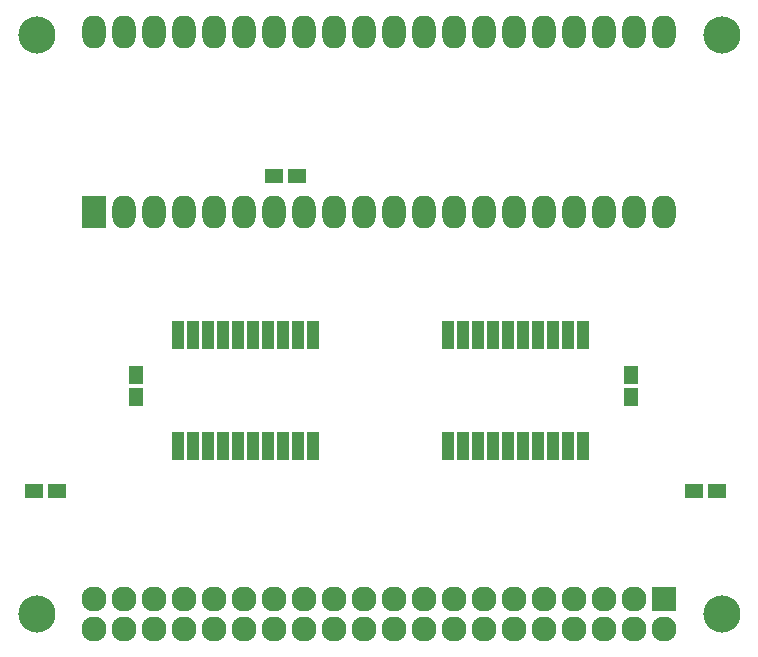
<source format=gbr>
G04 #@! TF.FileFunction,Soldermask,Bot*
%FSLAX46Y46*%
G04 Gerber Fmt 4.6, Leading zero omitted, Abs format (unit mm)*
G04 Created by KiCad (PCBNEW 4.0.7) date 03/27/18 19:59:39*
%MOMM*%
%LPD*%
G01*
G04 APERTURE LIST*
%ADD10C,0.100000*%
%ADD11R,1.000000X2.350000*%
%ADD12R,2.127200X2.127200*%
%ADD13O,2.127200X2.127200*%
%ADD14C,3.150000*%
%ADD15R,2.000000X2.800000*%
%ADD16O,2.000000X2.800000*%
%ADD17R,1.150000X1.600000*%
%ADD18R,1.600000X1.150000*%
G04 APERTURE END LIST*
D10*
D11*
X149669000Y-90931000D03*
X150939000Y-90931000D03*
X152209000Y-90931000D03*
X153479000Y-90931000D03*
X154749000Y-90931000D03*
X156019000Y-90931000D03*
X157289000Y-90931000D03*
X158559000Y-90931000D03*
X159829000Y-90931000D03*
X161099000Y-90931000D03*
X161099000Y-100331000D03*
X159829000Y-100331000D03*
X158559000Y-100331000D03*
X157289000Y-100331000D03*
X156019000Y-100331000D03*
X154749000Y-100331000D03*
X153479000Y-100331000D03*
X152209000Y-100331000D03*
X150939000Y-100331000D03*
X149669000Y-100331000D03*
D12*
X190818000Y-113284000D03*
D13*
X190818000Y-115824000D03*
X188278000Y-113284000D03*
X188278000Y-115824000D03*
X185738000Y-113284000D03*
X185738000Y-115824000D03*
X183198000Y-113284000D03*
X183198000Y-115824000D03*
X180658000Y-113284000D03*
X180658000Y-115824000D03*
X178118000Y-113284000D03*
X178118000Y-115824000D03*
X175578000Y-113284000D03*
X175578000Y-115824000D03*
X173038000Y-113284000D03*
X173038000Y-115824000D03*
X170498000Y-113284000D03*
X170498000Y-115824000D03*
X167958000Y-113284000D03*
X167958000Y-115824000D03*
X165418000Y-113284000D03*
X165418000Y-115824000D03*
X162878000Y-113284000D03*
X162878000Y-115824000D03*
X160338000Y-113284000D03*
X160338000Y-115824000D03*
X157798000Y-113284000D03*
X157798000Y-115824000D03*
X155258000Y-113284000D03*
X155258000Y-115824000D03*
X152718000Y-113284000D03*
X152718000Y-115824000D03*
X150178000Y-113284000D03*
X150178000Y-115824000D03*
X147638000Y-113284000D03*
X147638000Y-115824000D03*
X145098000Y-113284000D03*
X145098000Y-115824000D03*
X142558000Y-113284000D03*
X142558000Y-115824000D03*
D14*
X195668000Y-65554000D03*
X137668000Y-114554000D03*
X195668000Y-114554000D03*
X137668000Y-65554000D03*
D11*
X183959000Y-100331000D03*
X182689000Y-100331000D03*
X181419000Y-100331000D03*
X180149000Y-100331000D03*
X178879000Y-100331000D03*
X177609000Y-100331000D03*
X176339000Y-100331000D03*
X175069000Y-100331000D03*
X173799000Y-100331000D03*
X172529000Y-100331000D03*
X172529000Y-90931000D03*
X173799000Y-90931000D03*
X175069000Y-90931000D03*
X176339000Y-90931000D03*
X177609000Y-90931000D03*
X178879000Y-90931000D03*
X180149000Y-90931000D03*
X181419000Y-90931000D03*
X182689000Y-90931000D03*
X183959000Y-90931000D03*
D15*
X142558000Y-80518000D03*
D16*
X190818000Y-65278000D03*
X145098000Y-80518000D03*
X188278000Y-65278000D03*
X147638000Y-80518000D03*
X185738000Y-65278000D03*
X150178000Y-80518000D03*
X183198000Y-65278000D03*
X152718000Y-80518000D03*
X180658000Y-65278000D03*
X155258000Y-80518000D03*
X178118000Y-65278000D03*
X157798000Y-80518000D03*
X175578000Y-65278000D03*
X160338000Y-80518000D03*
X173038000Y-65278000D03*
X162878000Y-80518000D03*
X170498000Y-65278000D03*
X165418000Y-80518000D03*
X167958000Y-65278000D03*
X167958000Y-80518000D03*
X165418000Y-65278000D03*
X170498000Y-80518000D03*
X162878000Y-65278000D03*
X173038000Y-80518000D03*
X160338000Y-65278000D03*
X175578000Y-80518000D03*
X157798000Y-65278000D03*
X178118000Y-80518000D03*
X155258000Y-65278000D03*
X180658000Y-80518000D03*
X152718000Y-65278000D03*
X183198000Y-80518000D03*
X150178000Y-65278000D03*
X185738000Y-80518000D03*
X147638000Y-65278000D03*
X188278000Y-80518000D03*
X145098000Y-65278000D03*
X190818000Y-80518000D03*
X142558000Y-65278000D03*
D17*
X146050000Y-94300000D03*
X146050000Y-96200000D03*
X187960000Y-94300000D03*
X187960000Y-96200000D03*
D18*
X159700000Y-77470000D03*
X157800000Y-77470000D03*
X193360000Y-104140000D03*
X195260000Y-104140000D03*
X137480000Y-104140000D03*
X139380000Y-104140000D03*
M02*

</source>
